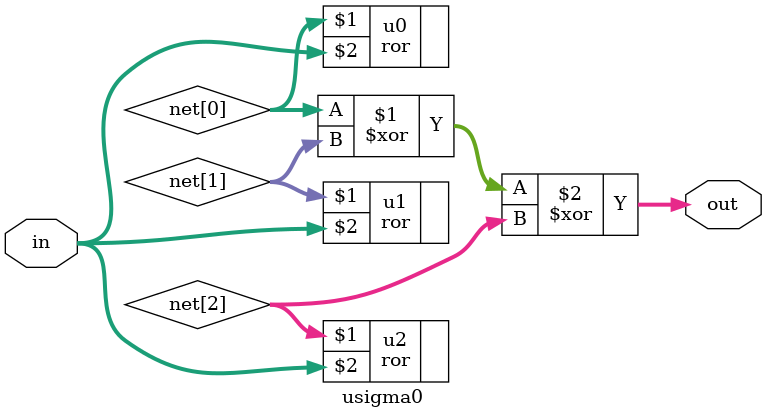
<source format=v>
/*!
* @file usigma0.v
* @brief Uppercase Sigma 0 Module
* @author LDFranck
* @date February 2023
* @version v1
*
* @details
*  Uppercase Sigma 0 module implementation in Verilog.
*  The module returns the result of 'SIGMA0' function applied 
*  to the input signal 'in'.
*/

module usigma0(out, in);

	input  [31:0] in;
	output [31:0] out;

	wire [31:0] net [2:0];	//!< 3x 32-bits words

	ror #(2)  u0(net[0], in);
	ror #(13) u1(net[1], in);
	ror #(22) u2(net[2], in);

	assign out = net[0] ^ net[1] ^ net[2];

endmodule

</source>
